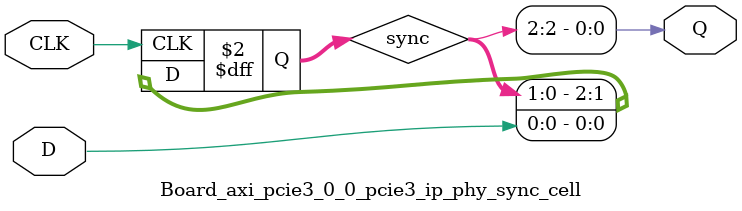
<source format=v>





`timescale 1ps / 1ps



//-------------------------------------------------------------------------------------------------
//  Synchronizer Library Module
//-------------------------------------------------------------------------------------------------
module Board_axi_pcie3_0_0_pcie3_ip_phy_sync_cell #
(
    parameter integer STAGE = 2
)
(
    //-------------------------------------------------------------------------- 
    //  Input Ports
    //-------------------------------------------------------------------------- 
    input                               CLK,
    input                               D,
    
    //-------------------------------------------------------------------------- 
    //  Output Ports
    //-------------------------------------------------------------------------- 
    output                              Q
);

    //-------------------------------------------------------------------------- 
    //  Synchronized Signals
    //--------------------------------------------------------------------------  
    (* KEEP = "TRUE", ASYNC_REG = "TRUE", SHIFT_EXTRACT = "NO" *) reg [STAGE:0] sync;                                                            



//--------------------------------------------------------------------------------------------------
//  Synchronizier
//--------------------------------------------------------------------------------------------------
always @ (posedge CLK)
begin

    sync <= {sync[(STAGE-1):0], D};
            
end   



//--------------------------------------------------------------------------------------------------
//  Generate Output
//--------------------------------------------------------------------------------------------------
assign Q = sync[STAGE];


endmodule


</source>
